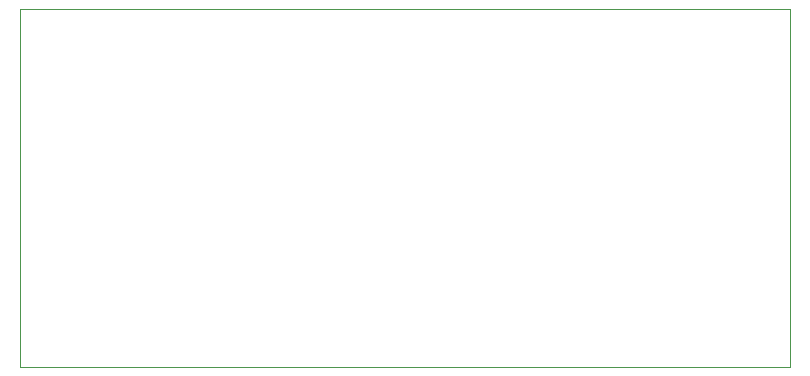
<source format=gbr>
%TF.GenerationSoftware,KiCad,Pcbnew,(5.1.9)-1*%
%TF.CreationDate,2021-06-10T09:26:42-06:00*%
%TF.ProjectId,sl-pi-aprs,736c2d70-692d-4617-9072-732e6b696361,rev?*%
%TF.SameCoordinates,Original*%
%TF.FileFunction,Profile,NP*%
%FSLAX46Y46*%
G04 Gerber Fmt 4.6, Leading zero omitted, Abs format (unit mm)*
G04 Created by KiCad (PCBNEW (5.1.9)-1) date 2021-06-10 09:26:42*
%MOMM*%
%LPD*%
G01*
G04 APERTURE LIST*
%TA.AperFunction,Profile*%
%ADD10C,0.050000*%
%TD*%
G04 APERTURE END LIST*
D10*
X108800000Y-111700000D02*
X104500000Y-111700000D01*
X104500000Y-110950000D02*
X104500000Y-111700000D01*
X104500000Y-81450000D02*
X104500000Y-110950000D01*
X104550000Y-81450000D02*
X104500000Y-81450000D01*
X107100000Y-81450000D02*
X104550000Y-81450000D01*
X169750000Y-81450000D02*
X107100000Y-81450000D01*
X169750000Y-81500000D02*
X169750000Y-81450000D01*
X169750000Y-84600000D02*
X169750000Y-81500000D01*
X169750000Y-108100000D02*
X169750000Y-84600000D01*
X169750000Y-111700000D02*
X169250000Y-111700000D01*
X169750000Y-108100000D02*
X169750000Y-111700000D01*
X108800000Y-111700000D02*
X169250000Y-111700000D01*
M02*

</source>
